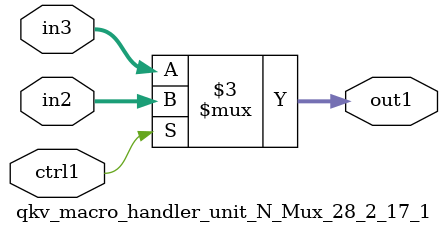
<source format=v>

`timescale 1ps / 1ps


module qkv_macro_handler_unit_N_Mux_28_2_17_1( in3, in2, ctrl1, out1 );

    input [27:0] in3;
    input [27:0] in2;
    input ctrl1;
    output [27:0] out1;
    reg [27:0] out1;

    
    // rtl_process:qkv_macro_handler_unit_N_Mux_28_2_17_1/qkv_macro_handler_unit_N_Mux_28_2_17_1_thread_1
    always @*
      begin : qkv_macro_handler_unit_N_Mux_28_2_17_1_thread_1
        case (ctrl1) 
          1'b1: 
            begin
              out1 = in2;
            end
          default: 
            begin
              out1 = in3;
            end
        endcase
      end

endmodule





</source>
